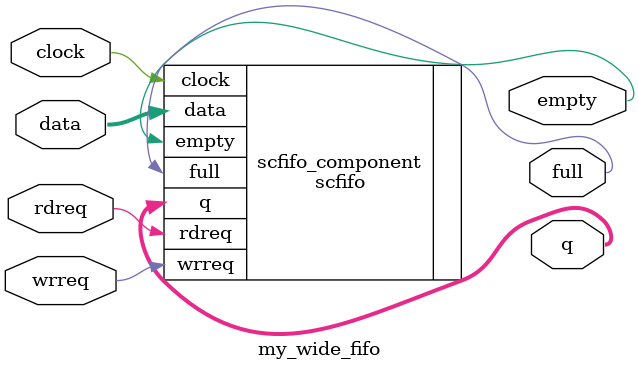
<source format=v>
`timescale 1 ps / 1 ps
module my_wide_fifo (
	clock,
	data,
	rdreq,
	wrreq,
	empty,
	full,
	q);

	input	  clock;
	input	[511:0]  data;
	input	  rdreq;
	input	  wrreq;
	output	  empty;
	output	  full;
	output	[511:0]  q;

	scfifo	scfifo_component (
				.rdreq (rdreq),
				.clock (clock),
				.wrreq (wrreq),
				.data (data),
				.empty (empty),
				.q (q),
				.full (full)
				// synopsys translate_off
				,
				.aclr (),
				.almost_empty (),
				.almost_full (),
				.sclr (),
				.usedw ()
				// synopsys translate_on
				);
	defparam
		scfifo_component.add_ram_output_register = "ON",
		scfifo_component.intended_device_family = "Cyclone II",
		scfifo_component.lpm_numwords = 2,
		scfifo_component.lpm_showahead = "ON",
		scfifo_component.lpm_type = "scfifo",
		scfifo_component.lpm_width = 512,
		scfifo_component.lpm_widthu = 1,
		scfifo_component.overflow_checking = "ON",
		scfifo_component.underflow_checking = "ON",
		scfifo_component.use_eab = "ON";


endmodule
</source>
